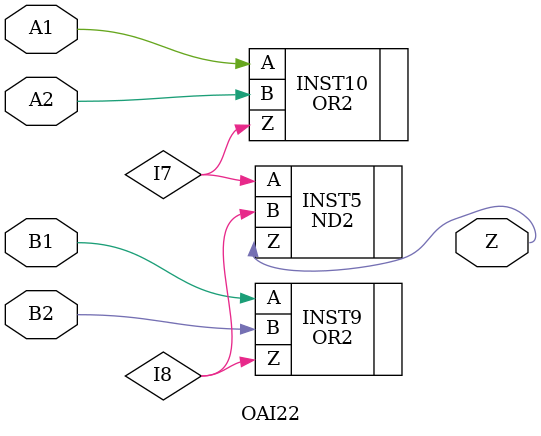
<source format=v>
`timescale 1 ns / 100 ps

/* Created by DB2VERILOG Version 1.2.0.2 on Fri Aug  5 11:14:39 1994 */
/* module compiled from "lsl2db 4.0.3" run */

module OAI22 (A1, A2, B1, B2, Z);
input  A1, A2, B1, B2;
output Z;
OR2 INST10 (.A(A1), .B(A2), .Z(I7));
ND2 INST5 (.A(I7), .B(I8), .Z(Z));
OR2 INST9 (.A(B1), .B(B2), .Z(I8));

endmodule


</source>
